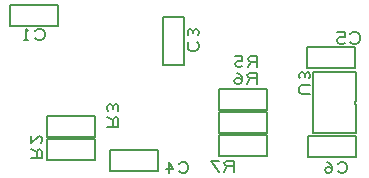
<source format=gbr>
%FSLAX23Y23*%
%MOMM*%
G04 EasyPC Gerber Version 16.0.6 Build 3249 *
%ADD10C,0.12700*%
X0Y0D02*
D02*
D10*
X16652Y20087D02*
X17604D01*
Y20642*
X17525Y20801*
X17366Y20881*
X17207Y20801*
X17128Y20642*
Y20087*
Y20642D02*
X16652Y20881D01*
Y21992D02*
Y21357D01*
X17207Y21912*
X17366Y21992*
X17525Y21912*
X17604Y21754*
Y21516*
X17525Y21357*
X17020Y30234D02*
X17099Y30154D01*
X17258Y30075*
X17496*
X17655Y30154*
X17734Y30234*
X17814Y30392*
Y30710*
X17734Y30869*
X17655Y30948*
X17496Y31027*
X17258*
X17099Y30948*
X17020Y30869*
X16385Y30075D02*
X16067D01*
X16226D02*
Y31027D01*
X16385Y30869*
X17982Y21676D02*
X22046D01*
Y19898*
X17982*
Y21676*
Y23626D02*
X22046D01*
Y21848*
X17982*
Y23626*
X18895Y31248D02*
X14832D01*
Y33026*
X18895*
Y31248*
X23102Y22737D02*
X24054D01*
Y23292*
X23975Y23451*
X23816Y23531*
X23657Y23451*
X23578Y23292*
Y22737*
Y23292D02*
X23102Y23531D01*
X23181Y24086D02*
X23102Y24245D01*
Y24404*
X23181Y24562*
X23340Y24642*
X23499Y24562*
X23578Y24404*
Y24245*
Y24404D02*
X23657Y24562D01*
X23816Y24642*
X23975Y24562*
X24054Y24404*
Y24245*
X23975Y24086*
X27395Y18998D02*
X23332D01*
Y20776*
X27395*
Y18998*
X29603Y32019D02*
Y27955D01*
X27825*
Y32019*
X29603*
X30060Y29931D02*
X29981Y29851D01*
X29902Y29692*
Y29454*
X29981Y29296*
X30060Y29216*
X30219Y29137*
X30537*
X30695Y29216*
X30775Y29296*
X30854Y29454*
Y29692*
X30775Y29851*
X30695Y29931*
X29981Y30486D02*
X29902Y30645D01*
Y30804*
X29981Y30962*
X30140Y31042*
X30299Y30962*
X30378Y30804*
Y30645*
Y30804D02*
X30457Y30962D01*
X30616Y31042*
X30775Y30962*
X30854Y30804*
Y30645*
X30775Y30486*
X29170Y18984D02*
X29249Y18904D01*
X29408Y18825*
X29646*
X29805Y18904*
X29884Y18984*
X29964Y19142*
Y19460*
X29884Y19619*
X29805Y19698*
X29646Y19777*
X29408*
X29249Y19698*
X29170Y19619*
X28297Y18825D02*
Y19777D01*
X28694Y19142*
X28059*
X32582Y22076D02*
X36646D01*
Y20298*
X32582*
Y22076*
Y24026D02*
X36646D01*
Y22248*
X32582*
Y24026*
Y25976D02*
X36646D01*
Y24198*
X32582*
Y25976*
X33814Y18925D02*
Y19877D01*
X33258*
X33099Y19798*
X33020Y19639*
X33099Y19481*
X33258Y19401*
X33814*
X33258D02*
X33020Y18925D01*
X32544D02*
X31909Y19877D01*
X32544*
X35764Y26375D02*
Y27327D01*
X35208*
X35049Y27248*
X34970Y27089*
X35049Y26931*
X35208Y26851*
X35764*
X35208D02*
X34970Y26375D01*
X34493Y26613D02*
X34414Y26772D01*
X34255Y26851*
X34097*
X33938Y26772*
X33859Y26613*
X33938Y26454*
X34097Y26375*
X34255*
X34414Y26454*
X34493Y26613*
Y26851*
X34414Y27089*
X34255Y27248*
X34097Y27327*
X35814Y27775D02*
Y28727D01*
X35258*
X35099Y28648*
X35020Y28489*
X35099Y28331*
X35258Y28251*
X35814*
X35258D02*
X35020Y27775D01*
X34544Y27854D02*
X34385Y27775D01*
X34147*
X33988Y27854*
X33909Y28013*
Y28092*
X33988Y28251*
X34147Y28331*
X34544*
Y28727*
X33909*
X40304Y25487D02*
X39590D01*
X39431Y25566*
X39352Y25725*
Y26042*
X39431Y26201*
X39590Y26281*
X40304*
X39431Y26836D02*
X39352Y26995D01*
Y27154*
X39431Y27312*
X39590Y27392*
X39749Y27312*
X39828Y27154*
Y26995*
Y27154D02*
X39907Y27312D01*
X40066Y27392*
X40225Y27312*
X40304Y27154*
Y26995*
X40225Y26836*
X40032Y29526D02*
X44096D01*
Y27748*
X40032*
Y29526*
X40132Y21926D02*
X44196D01*
Y20148*
X40132*
Y21926*
X42620Y18984D02*
X42699Y18904D01*
X42858Y18825*
X43096*
X43255Y18904*
X43334Y18984*
X43414Y19142*
Y19460*
X43334Y19619*
X43255Y19698*
X43096Y19777*
X42858*
X42699Y19698*
X42620Y19619*
X42144Y19063D02*
X42064Y19222D01*
X41905Y19301*
X41747*
X41588Y19222*
X41508Y19063*
X41588Y18904*
X41747Y18825*
X41905*
X42064Y18904*
X42144Y19063*
Y19301*
X42064Y19539*
X41905Y19698*
X41747Y19777*
X44164Y27387D02*
X40564D01*
Y22187*
X44164*
Y24662*
X44039*
Y24912*
X44164*
Y27387*
X43670Y29934D02*
X43749Y29854D01*
X43908Y29775*
X44146*
X44305Y29854*
X44384Y29934*
X44464Y30092*
Y30410*
X44384Y30569*
X44305Y30648*
X44146Y30727*
X43908*
X43749Y30648*
X43670Y30569*
X43194Y29854D02*
X43035Y29775D01*
X42797*
X42638Y29854*
X42559Y30013*
Y30092*
X42638Y30251*
X42797Y30331*
X43194*
Y30727*
X42559*
X0Y0D02*
M02*

</source>
